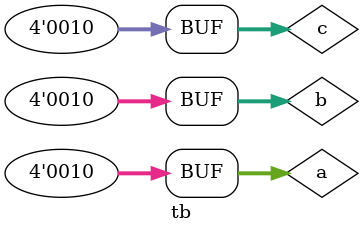
<source format=v>
module tb();

  reg [3:0] a;
  reg [3:0] b;
  reg [3:0] c;

  initial begin
    a = 1;
    b = 2;
    c = 0;
    a <= b;
    c <= a + 1;
  

    $display("a = ", a," b = ", b, " c = ", c);

  end
endmodule
</source>
